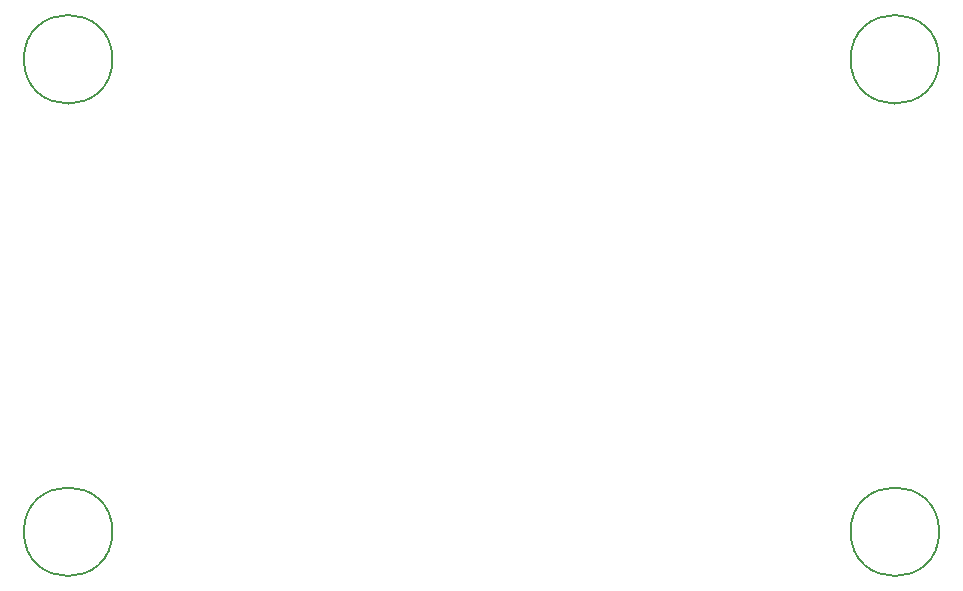
<source format=gbr>
%TF.GenerationSoftware,KiCad,Pcbnew,8.0.5*%
%TF.CreationDate,2024-10-04T16:45:10+08:00*%
%TF.ProjectId,Chao Recruit,4368616f-2052-4656-9372-7569742e6b69,rev?*%
%TF.SameCoordinates,Original*%
%TF.FileFunction,Other,Comment*%
%FSLAX46Y46*%
G04 Gerber Fmt 4.6, Leading zero omitted, Abs format (unit mm)*
G04 Created by KiCad (PCBNEW 8.0.5) date 2024-10-04 16:45:10*
%MOMM*%
%LPD*%
G01*
G04 APERTURE LIST*
%ADD10C,0.150000*%
G04 APERTURE END LIST*
D10*
%TO.C,H101*%
X58750000Y-55000000D02*
G75*
G02*
X51250000Y-55000000I-3750000J0D01*
G01*
X51250000Y-55000000D02*
G75*
G02*
X58750000Y-55000000I3750000J0D01*
G01*
%TO.C,H103*%
X58750000Y-95000000D02*
G75*
G02*
X51250000Y-95000000I-3750000J0D01*
G01*
X51250000Y-95000000D02*
G75*
G02*
X58750000Y-95000000I3750000J0D01*
G01*
%TO.C,H102*%
X128750000Y-55000000D02*
G75*
G02*
X121250000Y-55000000I-3750000J0D01*
G01*
X121250000Y-55000000D02*
G75*
G02*
X128750000Y-55000000I3750000J0D01*
G01*
%TO.C,H104*%
X128750000Y-95000000D02*
G75*
G02*
X121250000Y-95000000I-3750000J0D01*
G01*
X121250000Y-95000000D02*
G75*
G02*
X128750000Y-95000000I3750000J0D01*
G01*
%TD*%
M02*

</source>
